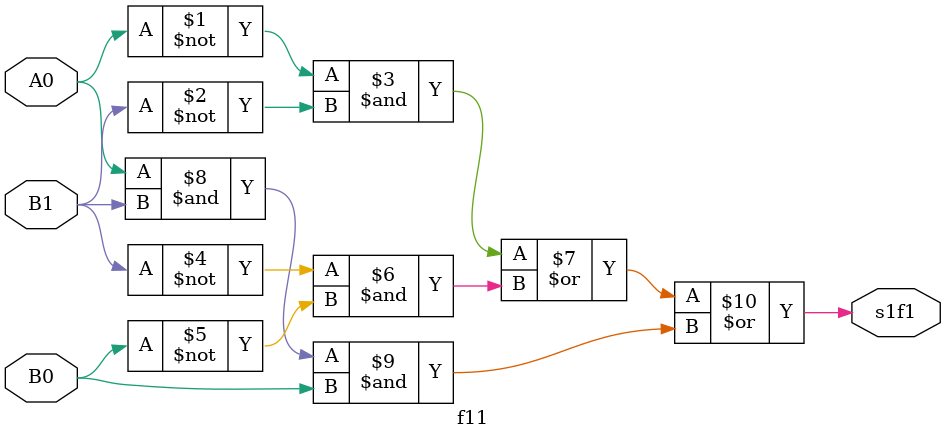
<source format=v>
module Mux2to1 (x1,x2,A1,f);
	input x1,x2,A1;
	output f;
	
	assign f= (~A1&x1)|(A1&x2);
	
endmodule



module f00 (A0,B0,s0f0);
	input A0,B0;
	output s0f0;
	
	assign s0f0=A0^B0;
	
endmodule



module f01 (A0,B0,s0f1);
	input A0,B0;
	output s0f1;
	
	assign s0f1=A0^B0;
	
endmodule


module f10(A0,B1,B0,s1f0);
	input A0,B1,B0;
	output s1f0;
	
	assign s1f0=(~A0 & B1)|(B1 & ~B0)|(A0 & ~B1 & B0);
	
endmodule


module f11(A0,B1,B0,s1f1);
	input A0,B1,B0;
	output s1f1;
	
	assign s1f1=(~A0 & ~B1)|(~B1 & ~B0)|(A0 & B1 & B0);
	
endmodule
</source>
